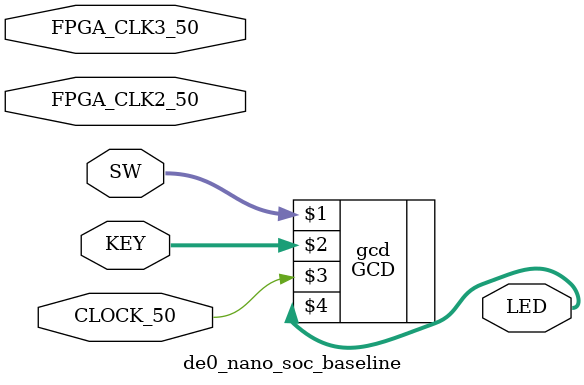
<source format=v>


module de0_nano_soc_baseline(


	//////////// CLOCK //////////
	input 		          		CLOCK_50,
	input 		          		FPGA_CLK2_50,
	input 		          		FPGA_CLK3_50,

`ifdef enable_ADC
	//////////// ADC //////////
	/* 3.3-V LVTTL */
	output		          		ADC_CONVST,
	output		          		ADC_SCLK,
	output		          		ADC_SDI,
	input 		          		ADC_SDO,
`endif
	
`ifdef enable_ARDUINO
	//////////// ARDUINO ////////////
	/* 3.3-V LVTTL */
	inout					[15:0]	ARDUINO_IO,
	inout								ARDUINO_RESET_N,
`endif
	
`ifdef enable_GPIO0
	//////////// GPIO 0 ////////////
	/* 3.3-V LVTTL */
	inout				[35:0]		GPIO_0,
`endif

`ifdef enable_GPIO1	
	//////////// GPIO 1 ////////////
	/* 3.3-V LVTTL */
	inout				[35:0]		GPIO_1,
`endif

`ifdef enable_HPS
	//////////// HPS //////////
	/* 3.3-V LVTTL */
	inout 		          		HPS_CONV_USB_N,
	
	/* SSTL-15 Class I */
	output		    [14:0]		HPS_DDR3_ADDR,
	output		     [2:0]		HPS_DDR3_BA,
	output		          		HPS_DDR3_CAS_N,
	output		          		HPS_DDR3_CKE,
	output		          		HPS_DDR3_CS_N,
	output		     [3:0]		HPS_DDR3_DM,
	inout 		    [31:0]		HPS_DDR3_DQ,
	output		          		HPS_DDR3_ODT,
	output		          		HPS_DDR3_RAS_N,
	output		          		HPS_DDR3_RESET_N,
	input 		          		HPS_DDR3_RZQ,
	output		          		HPS_DDR3_WE_N,
	/* DIFFERENTIAL 1.5-V SSTL CLASS I */
	output		          		HPS_DDR3_CK_N,
	output		          		HPS_DDR3_CK_P,
	inout 		     [3:0]		HPS_DDR3_DQS_N,
	inout 		     [3:0]		HPS_DDR3_DQS_P,
	
	/* 3.3-V LVTTL */
	output		          		HPS_ENET_GTX_CLK,
	inout 		          		HPS_ENET_INT_N,
	output		          		HPS_ENET_MDC,
	inout 		          		HPS_ENET_MDIO,
	input 		          		HPS_ENET_RX_CLK,
	input 		     [3:0]		HPS_ENET_RX_DATA,
	input 		          		HPS_ENET_RX_DV,
	output		     [3:0]		HPS_ENET_TX_DATA,
	output		          		HPS_ENET_TX_EN,
	inout 		          		HPS_GSENSOR_INT,
	inout 		          		HPS_I2C0_SCLK,
	inout 		          		HPS_I2C0_SDAT,
	inout 		          		HPS_I2C1_SCLK,
	inout 		          		HPS_I2C1_SDAT,
	inout 		          		HPS_KEY,
	inout 		          		HPS_LED,
	inout 		          		HPS_LTC_GPIO,
	output		          		HPS_SD_CLK,
	inout 		          		HPS_SD_CMD,
	inout 		     [3:0]		HPS_SD_DATA,
	output		          		HPS_SPIM_CLK,
	input 		          		HPS_SPIM_MISO,
	output		          		HPS_SPIM_MOSI,
	inout 		          		HPS_SPIM_SS,
	input 		          		HPS_UART_RX,
	output		          		HPS_UART_TX,
	input 		          		HPS_USB_CLKOUT,
	inout 		     [7:0]		HPS_USB_DATA,
	input 		          		HPS_USB_DIR,
	input 		          		HPS_USB_NXT,
	output		          		HPS_USB_STP,
`endif
	
	//////////// KEY ////////////
	/* 3.3-V LVTTL */
	input				[1:0]			KEY,
	
	//////////// LED ////////////
	/* 3.3-V LVTTL */
	output			[7:0]			LED,
	
	//////////// SW ////////////
	/* 3.3-V LVTTL */
	input				[3:0]			SW

);

	GCD gcd(SW,KEY,CLOCK_50,LED);
	
endmodule 
</source>
